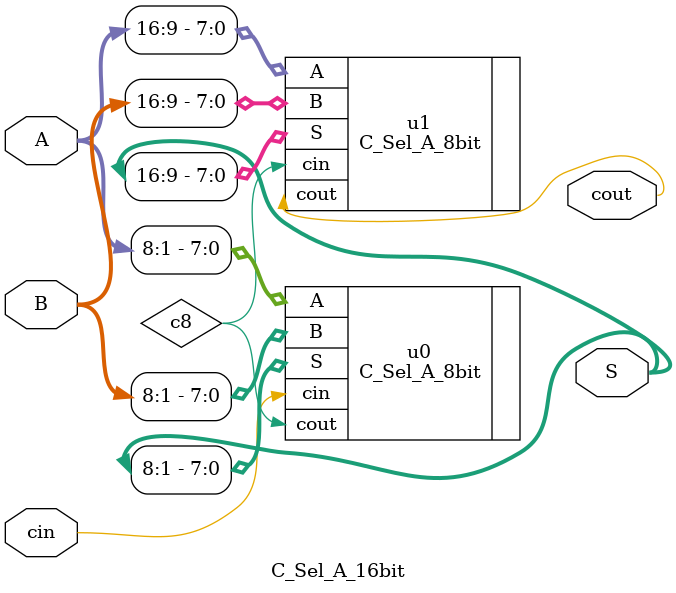
<source format=v>
module C_Sel_A_16bit #(
    parameter width=16
)(
    input wire [width:1] A,
    input wire [width:1] B,
    input wire cin,
    output wire [width:1] S,
    output wire cout
);

    wire c8;

    C_Sel_A_8bit #(.width(8)) u0 (
        .A(A[8:1]),
        .B(B[8:1]),
        .cin(cin),
        .S(S[8:1]),
        .cout(c8)
    );
    C_Sel_A_8bit #(.width(8)) u1 (
        .A(A[16:9]),
        .B(B[16:9]),
        .cin(c8),
        .S(S[16:9]),
        .cout(cout)
    );

endmodule

</source>
